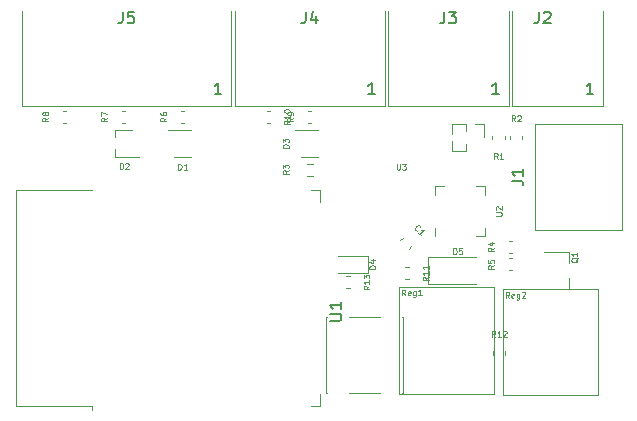
<source format=gbr>
%TF.GenerationSoftware,KiCad,Pcbnew,(5.1.10-1-10_14)*%
%TF.CreationDate,2021-05-11T08:02:37+01:00*%
%TF.ProjectId,Access,41636365-7373-42e6-9b69-6361645f7063,1*%
%TF.SameCoordinates,Original*%
%TF.FileFunction,Legend,Top*%
%TF.FilePolarity,Positive*%
%FSLAX46Y46*%
G04 Gerber Fmt 4.6, Leading zero omitted, Abs format (unit mm)*
G04 Created by KiCad (PCBNEW (5.1.10-1-10_14)) date 2021-05-11 08:02:37*
%MOMM*%
%LPD*%
G01*
G04 APERTURE LIST*
%ADD10C,0.120000*%
%ADD11C,0.080000*%
%ADD12C,0.100000*%
%ADD13C,0.150000*%
G04 APERTURE END LIST*
D10*
%TO.C,R13*%
X128140580Y-88490000D02*
X127859420Y-88490000D01*
X128140580Y-89510000D02*
X127859420Y-89510000D01*
%TO.C,R12*%
X140290000Y-94859420D02*
X140290000Y-95140580D01*
X141310000Y-94859420D02*
X141310000Y-95140580D01*
%TO.C,R11*%
X133140580Y-87740000D02*
X132859420Y-87740000D01*
X133140580Y-88760000D02*
X132859420Y-88760000D01*
%TO.C,R10*%
X121390580Y-74490000D02*
X121109420Y-74490000D01*
X121390580Y-75510000D02*
X121109420Y-75510000D01*
%TO.C,R9*%
X124609420Y-75510000D02*
X124890580Y-75510000D01*
X124609420Y-74490000D02*
X124890580Y-74490000D01*
%TO.C,R8*%
X103859420Y-75510000D02*
X104140580Y-75510000D01*
X103859420Y-74490000D02*
X104140580Y-74490000D01*
%TO.C,R7*%
X108859420Y-75510000D02*
X109140580Y-75510000D01*
X108859420Y-74490000D02*
X109140580Y-74490000D01*
%TO.C,R6*%
X113859420Y-75510000D02*
X114140580Y-75510000D01*
X113859420Y-74490000D02*
X114140580Y-74490000D01*
%TO.C,R5*%
X141609420Y-88010000D02*
X141890580Y-88010000D01*
X141609420Y-86990000D02*
X141890580Y-86990000D01*
%TO.C,R4*%
X141609420Y-86510000D02*
X141890580Y-86510000D01*
X141609420Y-85490000D02*
X141890580Y-85490000D01*
%TO.C,R2*%
X141740000Y-76609420D02*
X141740000Y-76890580D01*
X142760000Y-76609420D02*
X142760000Y-76890580D01*
%TO.C,R1*%
X141260000Y-76890580D02*
X141260000Y-76609420D01*
X140240000Y-76890580D02*
X140240000Y-76609420D01*
%TO.C,C1*%
X132638781Y-85249850D02*
X132439970Y-85448661D01*
X133360030Y-85971099D02*
X133161219Y-86169910D01*
%TO.C,R3*%
X125004724Y-80022500D02*
X124495276Y-80022500D01*
X125004724Y-78977500D02*
X124495276Y-78977500D01*
%TO.C,D3*%
X125450000Y-76090000D02*
X123550000Y-76090000D01*
X124050000Y-78410000D02*
X125450000Y-78410000D01*
%TO.C,D2*%
X108270000Y-76750000D02*
X108270000Y-76090000D01*
X108270000Y-78410000D02*
X108270000Y-77750000D01*
X108270000Y-78410000D02*
X110300000Y-78410000D01*
X109680000Y-76090000D02*
X108270000Y-76090000D01*
%TO.C,D1*%
X114700000Y-76090000D02*
X112800000Y-76090000D01*
X113300000Y-78410000D02*
X114700000Y-78410000D01*
%TO.C,SW1*%
X132630000Y-98430000D02*
X132600000Y-98430000D01*
X126170000Y-98430000D02*
X126200000Y-98430000D01*
X126170000Y-91970000D02*
X126200000Y-91970000D01*
X132600000Y-91970000D02*
X132630000Y-91970000D01*
X130700000Y-98430000D02*
X128100000Y-98430000D01*
X132630000Y-91970000D02*
X132630000Y-98430000D01*
X130700000Y-91970000D02*
X128100000Y-91970000D01*
X126170000Y-91970000D02*
X126170000Y-98430000D01*
%TO.C,Reg1*%
X132350000Y-98450000D02*
X132350000Y-89450000D01*
X140350000Y-98450000D02*
X132350000Y-98450000D01*
X140350000Y-89450000D02*
X140350000Y-98450000D01*
X132350000Y-89450000D02*
X140350000Y-89450000D01*
%TO.C,D5*%
X138850000Y-86865000D02*
X134790000Y-86865000D01*
X134790000Y-86865000D02*
X134790000Y-89135000D01*
X134790000Y-89135000D02*
X138850000Y-89135000D01*
%TO.C,Q1*%
X146760000Y-89580000D02*
X146760000Y-88650000D01*
X146760000Y-86420000D02*
X146760000Y-87350000D01*
X146760000Y-86420000D02*
X144600000Y-86420000D01*
X146760000Y-89580000D02*
X145300000Y-89580000D01*
%TO.C,J3*%
X131400000Y-74050000D02*
X131400000Y-66050000D01*
X141600000Y-74050000D02*
X131400000Y-74050000D01*
X141600000Y-74050000D02*
X141600000Y-66050000D01*
%TO.C,J2*%
X141900000Y-74050000D02*
X141900000Y-66050000D01*
X149600000Y-74050000D02*
X141900000Y-74050000D01*
X149600000Y-74050000D02*
X149600000Y-66050000D01*
%TO.C,J5*%
X118100000Y-74050000D02*
X118100000Y-66050000D01*
X118100000Y-74050000D02*
X100400000Y-74050000D01*
X100400000Y-74050000D02*
X100400000Y-66050000D01*
%TO.C,J4*%
X118400000Y-74050000D02*
X118400000Y-66050000D01*
X131100000Y-74050000D02*
X118400000Y-74050000D01*
X131100000Y-74050000D02*
X131100000Y-66050000D01*
%TO.C,D4*%
X127200000Y-88235000D02*
X129660000Y-88235000D01*
X129660000Y-88235000D02*
X129660000Y-86765000D01*
X129660000Y-86765000D02*
X127200000Y-86765000D01*
%TO.C,J1*%
X151185000Y-84570000D02*
X143835000Y-84570000D01*
X143835000Y-84570000D02*
X143835000Y-75630000D01*
X143835000Y-75630000D02*
X151185000Y-75630000D01*
X151185000Y-84570000D02*
X151185000Y-75630000D01*
%TO.C,Reg2*%
X141150000Y-98550000D02*
X141150000Y-89550000D01*
X149150000Y-98550000D02*
X141150000Y-98550000D01*
X149150000Y-89550000D02*
X149150000Y-98550000D01*
X141150000Y-89550000D02*
X149150000Y-89550000D01*
%TO.C,JP1*%
X136785000Y-75640000D02*
X136785000Y-76442470D01*
X136785000Y-77057530D02*
X136785000Y-77860000D01*
X137990000Y-75640000D02*
X136785000Y-75640000D01*
X137990000Y-77860000D02*
X136785000Y-77860000D01*
X137990000Y-75640000D02*
X137990000Y-76186529D01*
X137990000Y-77313471D02*
X137990000Y-77860000D01*
X138750000Y-75640000D02*
X139510000Y-75640000D01*
X139510000Y-75640000D02*
X139510000Y-76750000D01*
%TO.C,U2*%
X135390000Y-84385000D02*
X135390000Y-85110000D01*
X139610000Y-80890000D02*
X138885000Y-80890000D01*
X139610000Y-81615000D02*
X139610000Y-80890000D01*
X139610000Y-85110000D02*
X138885000Y-85110000D01*
X139610000Y-84385000D02*
X139610000Y-85110000D01*
X135390000Y-80890000D02*
X136115000Y-80890000D01*
X135390000Y-81615000D02*
X135390000Y-80890000D01*
%TO.C,U1*%
X124855000Y-99470000D02*
X125635000Y-99470000D01*
X125635000Y-99470000D02*
X125635000Y-98470000D01*
X124855000Y-81230000D02*
X125635000Y-81230000D01*
X125635000Y-81230000D02*
X125635000Y-82230000D01*
X99890000Y-99470000D02*
X99890000Y-81230000D01*
X99890000Y-81230000D02*
X106310000Y-81230000D01*
X99890000Y-99470000D02*
X106310000Y-99470000D01*
X106310000Y-99470000D02*
X106310000Y-99850000D01*
%TO.C,R13*%
D11*
X129826190Y-89321428D02*
X129588095Y-89488095D01*
X129826190Y-89607142D02*
X129326190Y-89607142D01*
X129326190Y-89416666D01*
X129350000Y-89369047D01*
X129373809Y-89345238D01*
X129421428Y-89321428D01*
X129492857Y-89321428D01*
X129540476Y-89345238D01*
X129564285Y-89369047D01*
X129588095Y-89416666D01*
X129588095Y-89607142D01*
X129826190Y-88845238D02*
X129826190Y-89130952D01*
X129826190Y-88988095D02*
X129326190Y-88988095D01*
X129397619Y-89035714D01*
X129445238Y-89083333D01*
X129469047Y-89130952D01*
X129326190Y-88678571D02*
X129326190Y-88369047D01*
X129516666Y-88535714D01*
X129516666Y-88464285D01*
X129540476Y-88416666D01*
X129564285Y-88392857D01*
X129611904Y-88369047D01*
X129730952Y-88369047D01*
X129778571Y-88392857D01*
X129802380Y-88416666D01*
X129826190Y-88464285D01*
X129826190Y-88607142D01*
X129802380Y-88654761D01*
X129778571Y-88678571D01*
%TO.C,R12*%
X140478571Y-93626190D02*
X140311904Y-93388095D01*
X140192857Y-93626190D02*
X140192857Y-93126190D01*
X140383333Y-93126190D01*
X140430952Y-93150000D01*
X140454761Y-93173809D01*
X140478571Y-93221428D01*
X140478571Y-93292857D01*
X140454761Y-93340476D01*
X140430952Y-93364285D01*
X140383333Y-93388095D01*
X140192857Y-93388095D01*
X140954761Y-93626190D02*
X140669047Y-93626190D01*
X140811904Y-93626190D02*
X140811904Y-93126190D01*
X140764285Y-93197619D01*
X140716666Y-93245238D01*
X140669047Y-93269047D01*
X141145238Y-93173809D02*
X141169047Y-93150000D01*
X141216666Y-93126190D01*
X141335714Y-93126190D01*
X141383333Y-93150000D01*
X141407142Y-93173809D01*
X141430952Y-93221428D01*
X141430952Y-93269047D01*
X141407142Y-93340476D01*
X141121428Y-93626190D01*
X141430952Y-93626190D01*
%TO.C,R11*%
X134826190Y-88571428D02*
X134588095Y-88738095D01*
X134826190Y-88857142D02*
X134326190Y-88857142D01*
X134326190Y-88666666D01*
X134350000Y-88619047D01*
X134373809Y-88595238D01*
X134421428Y-88571428D01*
X134492857Y-88571428D01*
X134540476Y-88595238D01*
X134564285Y-88619047D01*
X134588095Y-88666666D01*
X134588095Y-88857142D01*
X134826190Y-88095238D02*
X134826190Y-88380952D01*
X134826190Y-88238095D02*
X134326190Y-88238095D01*
X134397619Y-88285714D01*
X134445238Y-88333333D01*
X134469047Y-88380952D01*
X134826190Y-87619047D02*
X134826190Y-87904761D01*
X134826190Y-87761904D02*
X134326190Y-87761904D01*
X134397619Y-87809523D01*
X134445238Y-87857142D01*
X134469047Y-87904761D01*
%TO.C,R10*%
X123076190Y-75321428D02*
X122838095Y-75488095D01*
X123076190Y-75607142D02*
X122576190Y-75607142D01*
X122576190Y-75416666D01*
X122600000Y-75369047D01*
X122623809Y-75345238D01*
X122671428Y-75321428D01*
X122742857Y-75321428D01*
X122790476Y-75345238D01*
X122814285Y-75369047D01*
X122838095Y-75416666D01*
X122838095Y-75607142D01*
X123076190Y-74845238D02*
X123076190Y-75130952D01*
X123076190Y-74988095D02*
X122576190Y-74988095D01*
X122647619Y-75035714D01*
X122695238Y-75083333D01*
X122719047Y-75130952D01*
X122576190Y-74535714D02*
X122576190Y-74488095D01*
X122600000Y-74440476D01*
X122623809Y-74416666D01*
X122671428Y-74392857D01*
X122766666Y-74369047D01*
X122885714Y-74369047D01*
X122980952Y-74392857D01*
X123028571Y-74416666D01*
X123052380Y-74440476D01*
X123076190Y-74488095D01*
X123076190Y-74535714D01*
X123052380Y-74583333D01*
X123028571Y-74607142D01*
X122980952Y-74630952D01*
X122885714Y-74654761D01*
X122766666Y-74654761D01*
X122671428Y-74630952D01*
X122623809Y-74607142D01*
X122600000Y-74583333D01*
X122576190Y-74535714D01*
%TO.C,R9*%
X123376190Y-75083333D02*
X123138095Y-75250000D01*
X123376190Y-75369047D02*
X122876190Y-75369047D01*
X122876190Y-75178571D01*
X122900000Y-75130952D01*
X122923809Y-75107142D01*
X122971428Y-75083333D01*
X123042857Y-75083333D01*
X123090476Y-75107142D01*
X123114285Y-75130952D01*
X123138095Y-75178571D01*
X123138095Y-75369047D01*
X123376190Y-74845238D02*
X123376190Y-74750000D01*
X123352380Y-74702380D01*
X123328571Y-74678571D01*
X123257142Y-74630952D01*
X123161904Y-74607142D01*
X122971428Y-74607142D01*
X122923809Y-74630952D01*
X122900000Y-74654761D01*
X122876190Y-74702380D01*
X122876190Y-74797619D01*
X122900000Y-74845238D01*
X122923809Y-74869047D01*
X122971428Y-74892857D01*
X123090476Y-74892857D01*
X123138095Y-74869047D01*
X123161904Y-74845238D01*
X123185714Y-74797619D01*
X123185714Y-74702380D01*
X123161904Y-74654761D01*
X123138095Y-74630952D01*
X123090476Y-74607142D01*
%TO.C,R8*%
X102626190Y-75083333D02*
X102388095Y-75250000D01*
X102626190Y-75369047D02*
X102126190Y-75369047D01*
X102126190Y-75178571D01*
X102150000Y-75130952D01*
X102173809Y-75107142D01*
X102221428Y-75083333D01*
X102292857Y-75083333D01*
X102340476Y-75107142D01*
X102364285Y-75130952D01*
X102388095Y-75178571D01*
X102388095Y-75369047D01*
X102340476Y-74797619D02*
X102316666Y-74845238D01*
X102292857Y-74869047D01*
X102245238Y-74892857D01*
X102221428Y-74892857D01*
X102173809Y-74869047D01*
X102150000Y-74845238D01*
X102126190Y-74797619D01*
X102126190Y-74702380D01*
X102150000Y-74654761D01*
X102173809Y-74630952D01*
X102221428Y-74607142D01*
X102245238Y-74607142D01*
X102292857Y-74630952D01*
X102316666Y-74654761D01*
X102340476Y-74702380D01*
X102340476Y-74797619D01*
X102364285Y-74845238D01*
X102388095Y-74869047D01*
X102435714Y-74892857D01*
X102530952Y-74892857D01*
X102578571Y-74869047D01*
X102602380Y-74845238D01*
X102626190Y-74797619D01*
X102626190Y-74702380D01*
X102602380Y-74654761D01*
X102578571Y-74630952D01*
X102530952Y-74607142D01*
X102435714Y-74607142D01*
X102388095Y-74630952D01*
X102364285Y-74654761D01*
X102340476Y-74702380D01*
%TO.C,R7*%
X107626190Y-75083333D02*
X107388095Y-75250000D01*
X107626190Y-75369047D02*
X107126190Y-75369047D01*
X107126190Y-75178571D01*
X107150000Y-75130952D01*
X107173809Y-75107142D01*
X107221428Y-75083333D01*
X107292857Y-75083333D01*
X107340476Y-75107142D01*
X107364285Y-75130952D01*
X107388095Y-75178571D01*
X107388095Y-75369047D01*
X107126190Y-74916666D02*
X107126190Y-74583333D01*
X107626190Y-74797619D01*
%TO.C,R6*%
X112626190Y-75083333D02*
X112388095Y-75250000D01*
X112626190Y-75369047D02*
X112126190Y-75369047D01*
X112126190Y-75178571D01*
X112150000Y-75130952D01*
X112173809Y-75107142D01*
X112221428Y-75083333D01*
X112292857Y-75083333D01*
X112340476Y-75107142D01*
X112364285Y-75130952D01*
X112388095Y-75178571D01*
X112388095Y-75369047D01*
X112126190Y-74654761D02*
X112126190Y-74750000D01*
X112150000Y-74797619D01*
X112173809Y-74821428D01*
X112245238Y-74869047D01*
X112340476Y-74892857D01*
X112530952Y-74892857D01*
X112578571Y-74869047D01*
X112602380Y-74845238D01*
X112626190Y-74797619D01*
X112626190Y-74702380D01*
X112602380Y-74654761D01*
X112578571Y-74630952D01*
X112530952Y-74607142D01*
X112411904Y-74607142D01*
X112364285Y-74630952D01*
X112340476Y-74654761D01*
X112316666Y-74702380D01*
X112316666Y-74797619D01*
X112340476Y-74845238D01*
X112364285Y-74869047D01*
X112411904Y-74892857D01*
%TO.C,R5*%
X140376190Y-87583333D02*
X140138095Y-87750000D01*
X140376190Y-87869047D02*
X139876190Y-87869047D01*
X139876190Y-87678571D01*
X139900000Y-87630952D01*
X139923809Y-87607142D01*
X139971428Y-87583333D01*
X140042857Y-87583333D01*
X140090476Y-87607142D01*
X140114285Y-87630952D01*
X140138095Y-87678571D01*
X140138095Y-87869047D01*
X139876190Y-87130952D02*
X139876190Y-87369047D01*
X140114285Y-87392857D01*
X140090476Y-87369047D01*
X140066666Y-87321428D01*
X140066666Y-87202380D01*
X140090476Y-87154761D01*
X140114285Y-87130952D01*
X140161904Y-87107142D01*
X140280952Y-87107142D01*
X140328571Y-87130952D01*
X140352380Y-87154761D01*
X140376190Y-87202380D01*
X140376190Y-87321428D01*
X140352380Y-87369047D01*
X140328571Y-87392857D01*
%TO.C,R4*%
X140376190Y-86083333D02*
X140138095Y-86250000D01*
X140376190Y-86369047D02*
X139876190Y-86369047D01*
X139876190Y-86178571D01*
X139900000Y-86130952D01*
X139923809Y-86107142D01*
X139971428Y-86083333D01*
X140042857Y-86083333D01*
X140090476Y-86107142D01*
X140114285Y-86130952D01*
X140138095Y-86178571D01*
X140138095Y-86369047D01*
X140042857Y-85654761D02*
X140376190Y-85654761D01*
X139852380Y-85773809D02*
X140209523Y-85892857D01*
X140209523Y-85583333D01*
%TO.C,R2*%
X142166666Y-75376190D02*
X142000000Y-75138095D01*
X141880952Y-75376190D02*
X141880952Y-74876190D01*
X142071428Y-74876190D01*
X142119047Y-74900000D01*
X142142857Y-74923809D01*
X142166666Y-74971428D01*
X142166666Y-75042857D01*
X142142857Y-75090476D01*
X142119047Y-75114285D01*
X142071428Y-75138095D01*
X141880952Y-75138095D01*
X142357142Y-74923809D02*
X142380952Y-74900000D01*
X142428571Y-74876190D01*
X142547619Y-74876190D01*
X142595238Y-74900000D01*
X142619047Y-74923809D01*
X142642857Y-74971428D01*
X142642857Y-75019047D01*
X142619047Y-75090476D01*
X142333333Y-75376190D01*
X142642857Y-75376190D01*
%TO.C,R1*%
X140666666Y-78576190D02*
X140500000Y-78338095D01*
X140380952Y-78576190D02*
X140380952Y-78076190D01*
X140571428Y-78076190D01*
X140619047Y-78100000D01*
X140642857Y-78123809D01*
X140666666Y-78171428D01*
X140666666Y-78242857D01*
X140642857Y-78290476D01*
X140619047Y-78314285D01*
X140571428Y-78338095D01*
X140380952Y-78338095D01*
X141142857Y-78576190D02*
X140857142Y-78576190D01*
X141000000Y-78576190D02*
X141000000Y-78076190D01*
X140952380Y-78147619D01*
X140904761Y-78195238D01*
X140857142Y-78219047D01*
%TO.C,C1*%
X133846176Y-84645852D02*
X133812504Y-84645852D01*
X133745161Y-84612180D01*
X133711489Y-84578509D01*
X133677817Y-84511165D01*
X133677817Y-84443821D01*
X133694653Y-84393314D01*
X133745161Y-84309134D01*
X133795668Y-84258627D01*
X133879848Y-84208119D01*
X133930355Y-84191283D01*
X133997699Y-84191283D01*
X134065042Y-84224955D01*
X134098714Y-84258627D01*
X134132386Y-84325970D01*
X134132386Y-84359642D01*
X134149222Y-85016241D02*
X133947191Y-84814211D01*
X134048206Y-84915226D02*
X134401760Y-84561673D01*
X134317580Y-84578509D01*
X134250237Y-84578509D01*
X134199729Y-84561673D01*
%TO.C,R3*%
D12*
X122976190Y-79533333D02*
X122738095Y-79700000D01*
X122976190Y-79819047D02*
X122476190Y-79819047D01*
X122476190Y-79628571D01*
X122500000Y-79580952D01*
X122523809Y-79557142D01*
X122571428Y-79533333D01*
X122642857Y-79533333D01*
X122690476Y-79557142D01*
X122714285Y-79580952D01*
X122738095Y-79628571D01*
X122738095Y-79819047D01*
X122476190Y-79366666D02*
X122476190Y-79057142D01*
X122666666Y-79223809D01*
X122666666Y-79152380D01*
X122690476Y-79104761D01*
X122714285Y-79080952D01*
X122761904Y-79057142D01*
X122880952Y-79057142D01*
X122928571Y-79080952D01*
X122952380Y-79104761D01*
X122976190Y-79152380D01*
X122976190Y-79295238D01*
X122952380Y-79342857D01*
X122928571Y-79366666D01*
%TO.C,D3*%
D11*
X122976190Y-77619047D02*
X122476190Y-77619047D01*
X122476190Y-77500000D01*
X122500000Y-77428571D01*
X122547619Y-77380952D01*
X122595238Y-77357142D01*
X122690476Y-77333333D01*
X122761904Y-77333333D01*
X122857142Y-77357142D01*
X122904761Y-77380952D01*
X122952380Y-77428571D01*
X122976190Y-77500000D01*
X122976190Y-77619047D01*
X122476190Y-77166666D02*
X122476190Y-76857142D01*
X122666666Y-77023809D01*
X122666666Y-76952380D01*
X122690476Y-76904761D01*
X122714285Y-76880952D01*
X122761904Y-76857142D01*
X122880952Y-76857142D01*
X122928571Y-76880952D01*
X122952380Y-76904761D01*
X122976190Y-76952380D01*
X122976190Y-77095238D01*
X122952380Y-77142857D01*
X122928571Y-77166666D01*
%TO.C,D2*%
X108680952Y-79426190D02*
X108680952Y-78926190D01*
X108800000Y-78926190D01*
X108871428Y-78950000D01*
X108919047Y-78997619D01*
X108942857Y-79045238D01*
X108966666Y-79140476D01*
X108966666Y-79211904D01*
X108942857Y-79307142D01*
X108919047Y-79354761D01*
X108871428Y-79402380D01*
X108800000Y-79426190D01*
X108680952Y-79426190D01*
X109157142Y-78973809D02*
X109180952Y-78950000D01*
X109228571Y-78926190D01*
X109347619Y-78926190D01*
X109395238Y-78950000D01*
X109419047Y-78973809D01*
X109442857Y-79021428D01*
X109442857Y-79069047D01*
X109419047Y-79140476D01*
X109133333Y-79426190D01*
X109442857Y-79426190D01*
%TO.C,D1*%
X113630952Y-79476190D02*
X113630952Y-78976190D01*
X113750000Y-78976190D01*
X113821428Y-79000000D01*
X113869047Y-79047619D01*
X113892857Y-79095238D01*
X113916666Y-79190476D01*
X113916666Y-79261904D01*
X113892857Y-79357142D01*
X113869047Y-79404761D01*
X113821428Y-79452380D01*
X113750000Y-79476190D01*
X113630952Y-79476190D01*
X114392857Y-79476190D02*
X114107142Y-79476190D01*
X114250000Y-79476190D02*
X114250000Y-78976190D01*
X114202380Y-79047619D01*
X114154761Y-79095238D01*
X114107142Y-79119047D01*
%TO.C,Reg1*%
D12*
X132876190Y-90126190D02*
X132709523Y-89888095D01*
X132590476Y-90126190D02*
X132590476Y-89626190D01*
X132780952Y-89626190D01*
X132828571Y-89650000D01*
X132852380Y-89673809D01*
X132876190Y-89721428D01*
X132876190Y-89792857D01*
X132852380Y-89840476D01*
X132828571Y-89864285D01*
X132780952Y-89888095D01*
X132590476Y-89888095D01*
X133280952Y-90102380D02*
X133233333Y-90126190D01*
X133138095Y-90126190D01*
X133090476Y-90102380D01*
X133066666Y-90054761D01*
X133066666Y-89864285D01*
X133090476Y-89816666D01*
X133138095Y-89792857D01*
X133233333Y-89792857D01*
X133280952Y-89816666D01*
X133304761Y-89864285D01*
X133304761Y-89911904D01*
X133066666Y-89959523D01*
X133733333Y-89792857D02*
X133733333Y-90197619D01*
X133709523Y-90245238D01*
X133685714Y-90269047D01*
X133638095Y-90292857D01*
X133566666Y-90292857D01*
X133519047Y-90269047D01*
X133733333Y-90102380D02*
X133685714Y-90126190D01*
X133590476Y-90126190D01*
X133542857Y-90102380D01*
X133519047Y-90078571D01*
X133495238Y-90030952D01*
X133495238Y-89888095D01*
X133519047Y-89840476D01*
X133542857Y-89816666D01*
X133590476Y-89792857D01*
X133685714Y-89792857D01*
X133733333Y-89816666D01*
X134233333Y-90126190D02*
X133947619Y-90126190D01*
X134090476Y-90126190D02*
X134090476Y-89626190D01*
X134042857Y-89697619D01*
X133995238Y-89745238D01*
X133947619Y-89769047D01*
%TO.C,D5*%
X136930952Y-86626190D02*
X136930952Y-86126190D01*
X137050000Y-86126190D01*
X137121428Y-86150000D01*
X137169047Y-86197619D01*
X137192857Y-86245238D01*
X137216666Y-86340476D01*
X137216666Y-86411904D01*
X137192857Y-86507142D01*
X137169047Y-86554761D01*
X137121428Y-86602380D01*
X137050000Y-86626190D01*
X136930952Y-86626190D01*
X137669047Y-86126190D02*
X137430952Y-86126190D01*
X137407142Y-86364285D01*
X137430952Y-86340476D01*
X137478571Y-86316666D01*
X137597619Y-86316666D01*
X137645238Y-86340476D01*
X137669047Y-86364285D01*
X137692857Y-86411904D01*
X137692857Y-86530952D01*
X137669047Y-86578571D01*
X137645238Y-86602380D01*
X137597619Y-86626190D01*
X137478571Y-86626190D01*
X137430952Y-86602380D01*
X137407142Y-86578571D01*
%TO.C,Q1*%
X147473809Y-86947619D02*
X147450000Y-86995238D01*
X147402380Y-87042857D01*
X147330952Y-87114285D01*
X147307142Y-87161904D01*
X147307142Y-87209523D01*
X147426190Y-87185714D02*
X147402380Y-87233333D01*
X147354761Y-87280952D01*
X147259523Y-87304761D01*
X147092857Y-87304761D01*
X146997619Y-87280952D01*
X146950000Y-87233333D01*
X146926190Y-87185714D01*
X146926190Y-87090476D01*
X146950000Y-87042857D01*
X146997619Y-86995238D01*
X147092857Y-86971428D01*
X147259523Y-86971428D01*
X147354761Y-86995238D01*
X147402380Y-87042857D01*
X147426190Y-87090476D01*
X147426190Y-87185714D01*
X147426190Y-86495238D02*
X147426190Y-86780952D01*
X147426190Y-86638095D02*
X146926190Y-86638095D01*
X146997619Y-86685714D01*
X147045238Y-86733333D01*
X147069047Y-86780952D01*
%TO.C,J3*%
D13*
X136166666Y-66102380D02*
X136166666Y-66816666D01*
X136119047Y-66959523D01*
X136023809Y-67054761D01*
X135880952Y-67102380D01*
X135785714Y-67102380D01*
X136547619Y-66102380D02*
X137166666Y-66102380D01*
X136833333Y-66483333D01*
X136976190Y-66483333D01*
X137071428Y-66530952D01*
X137119047Y-66578571D01*
X137166666Y-66673809D01*
X137166666Y-66911904D01*
X137119047Y-67007142D01*
X137071428Y-67054761D01*
X136976190Y-67102380D01*
X136690476Y-67102380D01*
X136595238Y-67054761D01*
X136547619Y-67007142D01*
X140785714Y-73102380D02*
X140214285Y-73102380D01*
X140500000Y-73102380D02*
X140500000Y-72102380D01*
X140404761Y-72245238D01*
X140309523Y-72340476D01*
X140214285Y-72388095D01*
%TO.C,J2*%
X144166666Y-66102380D02*
X144166666Y-66816666D01*
X144119047Y-66959523D01*
X144023809Y-67054761D01*
X143880952Y-67102380D01*
X143785714Y-67102380D01*
X144595238Y-66197619D02*
X144642857Y-66150000D01*
X144738095Y-66102380D01*
X144976190Y-66102380D01*
X145071428Y-66150000D01*
X145119047Y-66197619D01*
X145166666Y-66292857D01*
X145166666Y-66388095D01*
X145119047Y-66530952D01*
X144547619Y-67102380D01*
X145166666Y-67102380D01*
X148785714Y-73102380D02*
X148214285Y-73102380D01*
X148500000Y-73102380D02*
X148500000Y-72102380D01*
X148404761Y-72245238D01*
X148309523Y-72340476D01*
X148214285Y-72388095D01*
%TO.C,J5*%
X108916666Y-66102380D02*
X108916666Y-66816666D01*
X108869047Y-66959523D01*
X108773809Y-67054761D01*
X108630952Y-67102380D01*
X108535714Y-67102380D01*
X109869047Y-66102380D02*
X109392857Y-66102380D01*
X109345238Y-66578571D01*
X109392857Y-66530952D01*
X109488095Y-66483333D01*
X109726190Y-66483333D01*
X109821428Y-66530952D01*
X109869047Y-66578571D01*
X109916666Y-66673809D01*
X109916666Y-66911904D01*
X109869047Y-67007142D01*
X109821428Y-67054761D01*
X109726190Y-67102380D01*
X109488095Y-67102380D01*
X109392857Y-67054761D01*
X109345238Y-67007142D01*
X117285714Y-73102380D02*
X116714285Y-73102380D01*
X117000000Y-73102380D02*
X117000000Y-72102380D01*
X116904761Y-72245238D01*
X116809523Y-72340476D01*
X116714285Y-72388095D01*
%TO.C,J4*%
X124416666Y-66102380D02*
X124416666Y-66816666D01*
X124369047Y-66959523D01*
X124273809Y-67054761D01*
X124130952Y-67102380D01*
X124035714Y-67102380D01*
X125321428Y-66435714D02*
X125321428Y-67102380D01*
X125083333Y-66054761D02*
X124845238Y-66769047D01*
X125464285Y-66769047D01*
X130285714Y-73102380D02*
X129714285Y-73102380D01*
X130000000Y-73102380D02*
X130000000Y-72102380D01*
X129904761Y-72245238D01*
X129809523Y-72340476D01*
X129714285Y-72388095D01*
%TO.C,D4*%
D12*
X130326190Y-87869047D02*
X129826190Y-87869047D01*
X129826190Y-87750000D01*
X129850000Y-87678571D01*
X129897619Y-87630952D01*
X129945238Y-87607142D01*
X130040476Y-87583333D01*
X130111904Y-87583333D01*
X130207142Y-87607142D01*
X130254761Y-87630952D01*
X130302380Y-87678571D01*
X130326190Y-87750000D01*
X130326190Y-87869047D01*
X129992857Y-87154761D02*
X130326190Y-87154761D01*
X129802380Y-87273809D02*
X130159523Y-87392857D01*
X130159523Y-87083333D01*
%TO.C,J1*%
D13*
X141852380Y-80433333D02*
X142566666Y-80433333D01*
X142709523Y-80480952D01*
X142804761Y-80576190D01*
X142852380Y-80719047D01*
X142852380Y-80814285D01*
X142852380Y-79433333D02*
X142852380Y-80004761D01*
X142852380Y-79719047D02*
X141852380Y-79719047D01*
X141995238Y-79814285D01*
X142090476Y-79909523D01*
X142138095Y-80004761D01*
%TO.C,Reg2*%
D12*
X141656190Y-90326190D02*
X141489523Y-90088095D01*
X141370476Y-90326190D02*
X141370476Y-89826190D01*
X141560952Y-89826190D01*
X141608571Y-89850000D01*
X141632380Y-89873809D01*
X141656190Y-89921428D01*
X141656190Y-89992857D01*
X141632380Y-90040476D01*
X141608571Y-90064285D01*
X141560952Y-90088095D01*
X141370476Y-90088095D01*
X142060952Y-90302380D02*
X142013333Y-90326190D01*
X141918095Y-90326190D01*
X141870476Y-90302380D01*
X141846666Y-90254761D01*
X141846666Y-90064285D01*
X141870476Y-90016666D01*
X141918095Y-89992857D01*
X142013333Y-89992857D01*
X142060952Y-90016666D01*
X142084761Y-90064285D01*
X142084761Y-90111904D01*
X141846666Y-90159523D01*
X142513333Y-89992857D02*
X142513333Y-90397619D01*
X142489523Y-90445238D01*
X142465714Y-90469047D01*
X142418095Y-90492857D01*
X142346666Y-90492857D01*
X142299047Y-90469047D01*
X142513333Y-90302380D02*
X142465714Y-90326190D01*
X142370476Y-90326190D01*
X142322857Y-90302380D01*
X142299047Y-90278571D01*
X142275238Y-90230952D01*
X142275238Y-90088095D01*
X142299047Y-90040476D01*
X142322857Y-90016666D01*
X142370476Y-89992857D01*
X142465714Y-89992857D01*
X142513333Y-90016666D01*
X142727619Y-89873809D02*
X142751428Y-89850000D01*
X142799047Y-89826190D01*
X142918095Y-89826190D01*
X142965714Y-89850000D01*
X142989523Y-89873809D01*
X143013333Y-89921428D01*
X143013333Y-89969047D01*
X142989523Y-90040476D01*
X142703809Y-90326190D01*
X143013333Y-90326190D01*
%TO.C,U2*%
D11*
X140526190Y-83380952D02*
X140930952Y-83380952D01*
X140978571Y-83357142D01*
X141002380Y-83333333D01*
X141026190Y-83285714D01*
X141026190Y-83190476D01*
X141002380Y-83142857D01*
X140978571Y-83119047D01*
X140930952Y-83095238D01*
X140526190Y-83095238D01*
X140573809Y-82880952D02*
X140550000Y-82857142D01*
X140526190Y-82809523D01*
X140526190Y-82690476D01*
X140550000Y-82642857D01*
X140573809Y-82619047D01*
X140621428Y-82595238D01*
X140669047Y-82595238D01*
X140740476Y-82619047D01*
X141026190Y-82904761D01*
X141026190Y-82595238D01*
%TO.C,U3*%
X132119047Y-78976190D02*
X132119047Y-79380952D01*
X132142857Y-79428571D01*
X132166666Y-79452380D01*
X132214285Y-79476190D01*
X132309523Y-79476190D01*
X132357142Y-79452380D01*
X132380952Y-79428571D01*
X132404761Y-79380952D01*
X132404761Y-78976190D01*
X132595238Y-78976190D02*
X132904761Y-78976190D01*
X132738095Y-79166666D01*
X132809523Y-79166666D01*
X132857142Y-79190476D01*
X132880952Y-79214285D01*
X132904761Y-79261904D01*
X132904761Y-79380952D01*
X132880952Y-79428571D01*
X132857142Y-79452380D01*
X132809523Y-79476190D01*
X132666666Y-79476190D01*
X132619047Y-79452380D01*
X132595238Y-79428571D01*
%TO.C,U1*%
D13*
X126452380Y-92261904D02*
X127261904Y-92261904D01*
X127357142Y-92214285D01*
X127404761Y-92166666D01*
X127452380Y-92071428D01*
X127452380Y-91880952D01*
X127404761Y-91785714D01*
X127357142Y-91738095D01*
X127261904Y-91690476D01*
X126452380Y-91690476D01*
X127452380Y-90690476D02*
X127452380Y-91261904D01*
X127452380Y-90976190D02*
X126452380Y-90976190D01*
X126595238Y-91071428D01*
X126690476Y-91166666D01*
X126738095Y-91261904D01*
%TD*%
M02*

</source>
